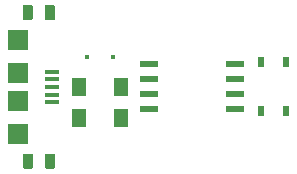
<source format=gbr>
G04 #@! TF.GenerationSoftware,KiCad,Pcbnew,(5.0.0)*
G04 #@! TF.CreationDate,2018-09-11T18:50:04-05:00*
G04 #@! TF.ProjectId,mini-attinyuino,6D696E692D617474696E7975696E6F2E,1.0*
G04 #@! TF.SameCoordinates,Original*
G04 #@! TF.FileFunction,Paste,Top*
G04 #@! TF.FilePolarity,Positive*
%FSLAX46Y46*%
G04 Gerber Fmt 4.6, Leading zero omitted, Abs format (unit mm)*
G04 Created by KiCad (PCBNEW (5.0.0)) date 09/11/18 18:50:04*
%MOMM*%
%LPD*%
G01*
G04 APERTURE LIST*
%ADD10R,0.570000X0.970000*%
%ADD11R,1.220000X1.620000*%
%ADD12R,0.420000X0.420000*%
%ADD13C,0.127000*%
%ADD14C,0.895000*%
%ADD15R,1.820000X1.720000*%
%ADD16R,1.820000X1.820000*%
%ADD17R,1.270000X0.320000*%
%ADD18R,1.620000X0.570000*%
G04 APERTURE END LIST*
D10*
G04 #@! TO.C,SW1*
X138815000Y-95563500D03*
X138815000Y-91413500D03*
X140965000Y-95563500D03*
X140965000Y-91413500D03*
G04 #@! TD*
D11*
G04 #@! TO.C,D4*
X123419000Y-93526500D03*
X126919000Y-93526500D03*
G04 #@! TD*
D12*
G04 #@! TO.C,D2*
X126269000Y-91008200D03*
X124069000Y-91008200D03*
G04 #@! TD*
D13*
G04 #@! TO.C,D3*
G36*
X119310181Y-86569777D02*
X119331901Y-86572999D01*
X119353201Y-86578335D01*
X119373875Y-86585732D01*
X119393725Y-86595120D01*
X119412559Y-86606409D01*
X119430195Y-86619489D01*
X119446465Y-86634235D01*
X119461211Y-86650505D01*
X119474291Y-86668141D01*
X119485580Y-86686975D01*
X119494968Y-86706825D01*
X119502365Y-86727499D01*
X119507701Y-86748799D01*
X119510923Y-86770519D01*
X119512000Y-86792450D01*
X119512000Y-87664950D01*
X119510923Y-87686881D01*
X119507701Y-87708601D01*
X119502365Y-87729901D01*
X119494968Y-87750575D01*
X119485580Y-87770425D01*
X119474291Y-87789259D01*
X119461211Y-87806895D01*
X119446465Y-87823165D01*
X119430195Y-87837911D01*
X119412559Y-87850991D01*
X119393725Y-87862280D01*
X119373875Y-87871668D01*
X119353201Y-87879065D01*
X119331901Y-87884401D01*
X119310181Y-87887623D01*
X119288250Y-87888700D01*
X118840750Y-87888700D01*
X118818819Y-87887623D01*
X118797099Y-87884401D01*
X118775799Y-87879065D01*
X118755125Y-87871668D01*
X118735275Y-87862280D01*
X118716441Y-87850991D01*
X118698805Y-87837911D01*
X118682535Y-87823165D01*
X118667789Y-87806895D01*
X118654709Y-87789259D01*
X118643420Y-87770425D01*
X118634032Y-87750575D01*
X118626635Y-87729901D01*
X118621299Y-87708601D01*
X118618077Y-87686881D01*
X118617000Y-87664950D01*
X118617000Y-86792450D01*
X118618077Y-86770519D01*
X118621299Y-86748799D01*
X118626635Y-86727499D01*
X118634032Y-86706825D01*
X118643420Y-86686975D01*
X118654709Y-86668141D01*
X118667789Y-86650505D01*
X118682535Y-86634235D01*
X118698805Y-86619489D01*
X118716441Y-86606409D01*
X118735275Y-86595120D01*
X118755125Y-86585732D01*
X118775799Y-86578335D01*
X118797099Y-86572999D01*
X118818819Y-86569777D01*
X118840750Y-86568700D01*
X119288250Y-86568700D01*
X119310181Y-86569777D01*
X119310181Y-86569777D01*
G37*
D14*
X119064500Y-87228700D03*
D13*
G36*
X121185181Y-86569777D02*
X121206901Y-86572999D01*
X121228201Y-86578335D01*
X121248875Y-86585732D01*
X121268725Y-86595120D01*
X121287559Y-86606409D01*
X121305195Y-86619489D01*
X121321465Y-86634235D01*
X121336211Y-86650505D01*
X121349291Y-86668141D01*
X121360580Y-86686975D01*
X121369968Y-86706825D01*
X121377365Y-86727499D01*
X121382701Y-86748799D01*
X121385923Y-86770519D01*
X121387000Y-86792450D01*
X121387000Y-87664950D01*
X121385923Y-87686881D01*
X121382701Y-87708601D01*
X121377365Y-87729901D01*
X121369968Y-87750575D01*
X121360580Y-87770425D01*
X121349291Y-87789259D01*
X121336211Y-87806895D01*
X121321465Y-87823165D01*
X121305195Y-87837911D01*
X121287559Y-87850991D01*
X121268725Y-87862280D01*
X121248875Y-87871668D01*
X121228201Y-87879065D01*
X121206901Y-87884401D01*
X121185181Y-87887623D01*
X121163250Y-87888700D01*
X120715750Y-87888700D01*
X120693819Y-87887623D01*
X120672099Y-87884401D01*
X120650799Y-87879065D01*
X120630125Y-87871668D01*
X120610275Y-87862280D01*
X120591441Y-87850991D01*
X120573805Y-87837911D01*
X120557535Y-87823165D01*
X120542789Y-87806895D01*
X120529709Y-87789259D01*
X120518420Y-87770425D01*
X120509032Y-87750575D01*
X120501635Y-87729901D01*
X120496299Y-87708601D01*
X120493077Y-87686881D01*
X120492000Y-87664950D01*
X120492000Y-86792450D01*
X120493077Y-86770519D01*
X120496299Y-86748799D01*
X120501635Y-86727499D01*
X120509032Y-86706825D01*
X120518420Y-86686975D01*
X120529709Y-86668141D01*
X120542789Y-86650505D01*
X120557535Y-86634235D01*
X120573805Y-86619489D01*
X120591441Y-86606409D01*
X120610275Y-86595120D01*
X120630125Y-86585732D01*
X120650799Y-86578335D01*
X120672099Y-86572999D01*
X120693819Y-86569777D01*
X120715750Y-86568700D01*
X121163250Y-86568700D01*
X121185181Y-86569777D01*
X121185181Y-86569777D01*
G37*
D14*
X120939500Y-87228700D03*
G04 #@! TD*
D15*
G04 #@! TO.C,J3*
X118219000Y-89527900D03*
X118219000Y-97527900D03*
D16*
X118219000Y-92327900D03*
X118219000Y-94727900D03*
D17*
X121094000Y-92227900D03*
X121094000Y-92877900D03*
X121094000Y-93527900D03*
X121094000Y-94177900D03*
X121094000Y-94827900D03*
G04 #@! TD*
D13*
G04 #@! TO.C,D1*
G36*
X119315181Y-99168177D02*
X119336901Y-99171399D01*
X119358201Y-99176735D01*
X119378875Y-99184132D01*
X119398725Y-99193520D01*
X119417559Y-99204809D01*
X119435195Y-99217889D01*
X119451465Y-99232635D01*
X119466211Y-99248905D01*
X119479291Y-99266541D01*
X119490580Y-99285375D01*
X119499968Y-99305225D01*
X119507365Y-99325899D01*
X119512701Y-99347199D01*
X119515923Y-99368919D01*
X119517000Y-99390850D01*
X119517000Y-100263350D01*
X119515923Y-100285281D01*
X119512701Y-100307001D01*
X119507365Y-100328301D01*
X119499968Y-100348975D01*
X119490580Y-100368825D01*
X119479291Y-100387659D01*
X119466211Y-100405295D01*
X119451465Y-100421565D01*
X119435195Y-100436311D01*
X119417559Y-100449391D01*
X119398725Y-100460680D01*
X119378875Y-100470068D01*
X119358201Y-100477465D01*
X119336901Y-100482801D01*
X119315181Y-100486023D01*
X119293250Y-100487100D01*
X118845750Y-100487100D01*
X118823819Y-100486023D01*
X118802099Y-100482801D01*
X118780799Y-100477465D01*
X118760125Y-100470068D01*
X118740275Y-100460680D01*
X118721441Y-100449391D01*
X118703805Y-100436311D01*
X118687535Y-100421565D01*
X118672789Y-100405295D01*
X118659709Y-100387659D01*
X118648420Y-100368825D01*
X118639032Y-100348975D01*
X118631635Y-100328301D01*
X118626299Y-100307001D01*
X118623077Y-100285281D01*
X118622000Y-100263350D01*
X118622000Y-99390850D01*
X118623077Y-99368919D01*
X118626299Y-99347199D01*
X118631635Y-99325899D01*
X118639032Y-99305225D01*
X118648420Y-99285375D01*
X118659709Y-99266541D01*
X118672789Y-99248905D01*
X118687535Y-99232635D01*
X118703805Y-99217889D01*
X118721441Y-99204809D01*
X118740275Y-99193520D01*
X118760125Y-99184132D01*
X118780799Y-99176735D01*
X118802099Y-99171399D01*
X118823819Y-99168177D01*
X118845750Y-99167100D01*
X119293250Y-99167100D01*
X119315181Y-99168177D01*
X119315181Y-99168177D01*
G37*
D14*
X119069500Y-99827100D03*
D13*
G36*
X121190181Y-99168177D02*
X121211901Y-99171399D01*
X121233201Y-99176735D01*
X121253875Y-99184132D01*
X121273725Y-99193520D01*
X121292559Y-99204809D01*
X121310195Y-99217889D01*
X121326465Y-99232635D01*
X121341211Y-99248905D01*
X121354291Y-99266541D01*
X121365580Y-99285375D01*
X121374968Y-99305225D01*
X121382365Y-99325899D01*
X121387701Y-99347199D01*
X121390923Y-99368919D01*
X121392000Y-99390850D01*
X121392000Y-100263350D01*
X121390923Y-100285281D01*
X121387701Y-100307001D01*
X121382365Y-100328301D01*
X121374968Y-100348975D01*
X121365580Y-100368825D01*
X121354291Y-100387659D01*
X121341211Y-100405295D01*
X121326465Y-100421565D01*
X121310195Y-100436311D01*
X121292559Y-100449391D01*
X121273725Y-100460680D01*
X121253875Y-100470068D01*
X121233201Y-100477465D01*
X121211901Y-100482801D01*
X121190181Y-100486023D01*
X121168250Y-100487100D01*
X120720750Y-100487100D01*
X120698819Y-100486023D01*
X120677099Y-100482801D01*
X120655799Y-100477465D01*
X120635125Y-100470068D01*
X120615275Y-100460680D01*
X120596441Y-100449391D01*
X120578805Y-100436311D01*
X120562535Y-100421565D01*
X120547789Y-100405295D01*
X120534709Y-100387659D01*
X120523420Y-100368825D01*
X120514032Y-100348975D01*
X120506635Y-100328301D01*
X120501299Y-100307001D01*
X120498077Y-100285281D01*
X120497000Y-100263350D01*
X120497000Y-99390850D01*
X120498077Y-99368919D01*
X120501299Y-99347199D01*
X120506635Y-99325899D01*
X120514032Y-99305225D01*
X120523420Y-99285375D01*
X120534709Y-99266541D01*
X120547789Y-99248905D01*
X120562535Y-99232635D01*
X120578805Y-99217889D01*
X120596441Y-99204809D01*
X120615275Y-99193520D01*
X120635125Y-99184132D01*
X120655799Y-99176735D01*
X120677099Y-99171399D01*
X120698819Y-99168177D01*
X120720750Y-99167100D01*
X121168250Y-99167100D01*
X121190181Y-99168177D01*
X121190181Y-99168177D01*
G37*
D14*
X120944500Y-99827100D03*
G04 #@! TD*
D11*
G04 #@! TO.C,D5*
X126919000Y-96194900D03*
X123419000Y-96194900D03*
G04 #@! TD*
D18*
G04 #@! TO.C,U2*
X129324000Y-91583500D03*
X129324000Y-92853500D03*
X129324000Y-94123500D03*
X129324000Y-95393500D03*
X136624000Y-95393500D03*
X136624000Y-94123500D03*
X136624000Y-92853500D03*
X136624000Y-91583500D03*
G04 #@! TD*
M02*

</source>
